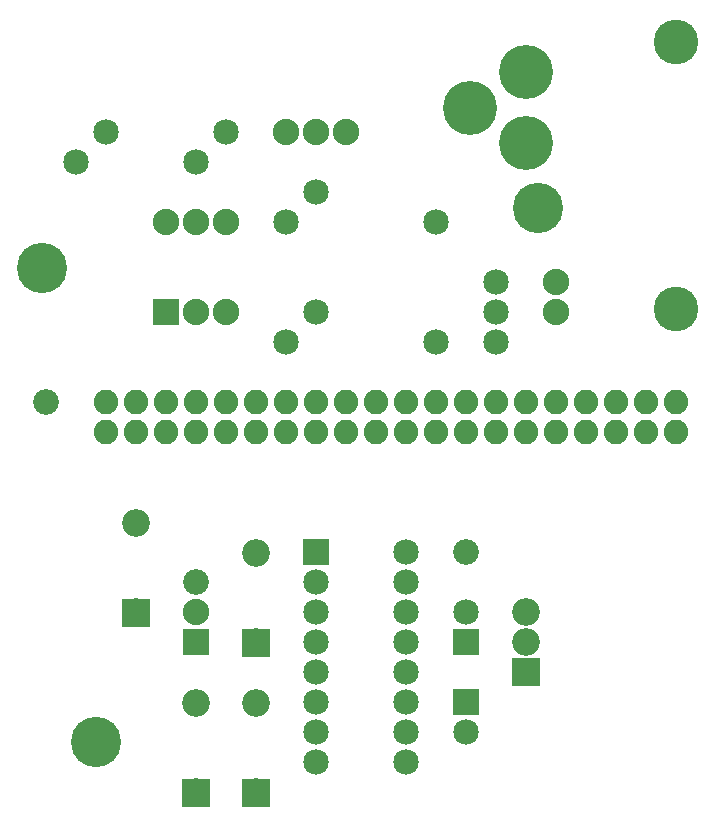
<source format=gbs>
G04 MADE WITH FRITZING*
G04 WWW.FRITZING.ORG*
G04 DOUBLE SIDED*
G04 HOLES PLATED*
G04 CONTOUR ON CENTER OF CONTOUR VECTOR*
%ASAXBY*%
%FSLAX23Y23*%
%MOIN*%
%OFA0B0*%
%SFA1.0B1.0*%
%ADD10C,0.085433*%
%ADD11C,0.167480*%
%ADD12C,0.180000*%
%ADD13C,0.088000*%
%ADD14C,0.085000*%
%ADD15C,0.081889*%
%ADD16C,0.081917*%
%ADD17C,0.092000*%
%ADD18C,0.148890*%
%ADD19R,0.085000X0.085000*%
%ADD20R,0.092000X0.092000*%
%ADD21R,0.088000X0.088000*%
%LNMASK0*%
G90*
G70*
G54D10*
X799Y833D03*
G54D11*
X1939Y2079D03*
X464Y302D03*
X286Y1880D03*
G54D12*
X1898Y2297D03*
X1898Y2533D03*
X1713Y2415D03*
G54D13*
X1298Y2333D03*
X1198Y2333D03*
X1098Y2333D03*
X698Y2033D03*
X798Y2033D03*
X898Y2033D03*
G54D14*
X1698Y633D03*
X1698Y733D03*
X1698Y433D03*
X1698Y333D03*
X1798Y1633D03*
X1798Y1733D03*
X1798Y1833D03*
X1598Y1633D03*
X1598Y2033D03*
G54D15*
X498Y1333D03*
X598Y1333D03*
X698Y1333D03*
X798Y1333D03*
G54D16*
X898Y1333D03*
G54D15*
X998Y1333D03*
X1098Y1333D03*
X1198Y1333D03*
X1298Y1333D03*
G54D16*
X1398Y1333D03*
G54D15*
X1498Y1333D03*
G54D16*
X1598Y1333D03*
G54D15*
X1698Y1333D03*
X1798Y1333D03*
X1898Y1333D03*
X1998Y1333D03*
G54D16*
X2098Y1333D03*
G54D15*
X2198Y1333D03*
X2298Y1333D03*
X2398Y1333D03*
X2398Y1433D03*
X2298Y1433D03*
X2198Y1433D03*
G54D16*
X2098Y1433D03*
G54D15*
X1998Y1433D03*
X1898Y1433D03*
X1798Y1433D03*
X1698Y1433D03*
G54D16*
X1598Y1433D03*
G54D15*
X1498Y1433D03*
G54D16*
X1398Y1433D03*
G54D15*
X1298Y1433D03*
X1198Y1433D03*
X1098Y1433D03*
X998Y1433D03*
G54D16*
X898Y1433D03*
G54D15*
X798Y1433D03*
X698Y1433D03*
X598Y1433D03*
X498Y1433D03*
G54D13*
X1998Y1733D03*
X1998Y1833D03*
G54D14*
X1198Y1733D03*
X1198Y2133D03*
X1098Y1633D03*
X1098Y2033D03*
G54D17*
X1898Y533D03*
X1898Y633D03*
X1898Y733D03*
G54D14*
X1198Y933D03*
X1498Y933D03*
X1198Y833D03*
X1498Y833D03*
X1198Y733D03*
X1498Y733D03*
X1198Y633D03*
X1498Y633D03*
X1198Y533D03*
X1498Y533D03*
X1198Y433D03*
X1498Y433D03*
X1198Y333D03*
X1498Y333D03*
X1198Y233D03*
X1498Y233D03*
G54D13*
X798Y633D03*
X798Y733D03*
G54D17*
X598Y733D03*
X598Y1031D03*
X998Y633D03*
X998Y931D03*
X798Y133D03*
X798Y431D03*
X998Y133D03*
X998Y431D03*
G54D18*
X2398Y2633D03*
X2398Y1744D03*
G54D14*
X398Y2233D03*
X798Y2233D03*
X498Y2333D03*
X898Y2333D03*
G54D13*
X698Y1733D03*
X798Y1733D03*
X898Y1733D03*
G54D10*
X1698Y933D03*
X298Y1433D03*
G54D19*
X1698Y633D03*
X1698Y433D03*
G54D20*
X1898Y533D03*
G54D19*
X1198Y933D03*
G54D21*
X798Y633D03*
G54D20*
X598Y732D03*
X998Y632D03*
X798Y132D03*
X998Y132D03*
G54D21*
X698Y1733D03*
G04 End of Mask0*
M02*
</source>
